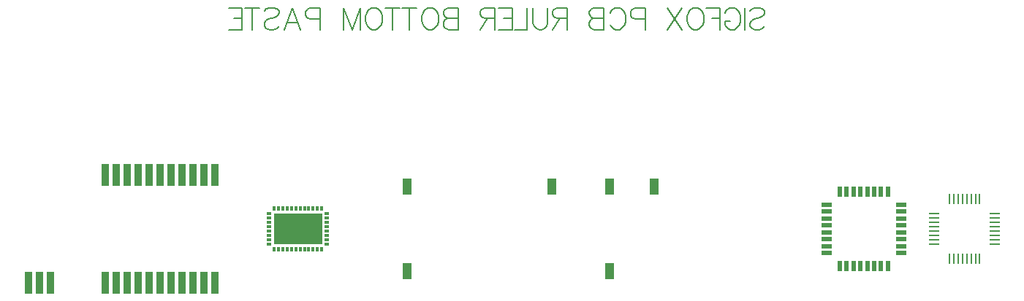
<source format=gbp>
%FSLAX43Y43*%
%MOMM*%
G71*
G01*
G75*
G04 Layer_Color=128*
%ADD10R,0.250X0.800*%
%ADD11R,0.800X0.250*%
%ADD12R,1.300X1.200*%
%ADD13R,1.600X0.900*%
%ADD14R,2.800X1.000*%
%ADD15R,2.800X1.000*%
%ADD16R,1.200X1.800*%
%ADD17R,1.200X1.400*%
%ADD18R,0.900X1.050*%
%ADD19R,1.470X1.270*%
%ADD20R,0.830X0.630*%
%ADD21R,0.600X0.500*%
%ADD22R,0.900X0.600*%
%ADD23R,0.300X0.300*%
%ADD24R,0.800X0.900*%
%ADD25R,0.550X1.200*%
%ADD26R,1.143X0.254*%
%ADD27R,0.254X1.143*%
%ADD28R,4.826X5.715*%
%ADD29R,1.600X3.000*%
%ADD30R,2.400X2.400*%
%ADD31R,3.800X2.800*%
%ADD32R,0.400X0.750*%
%ADD33R,1.219X2.235*%
%ADD34R,3.600X2.200*%
%ADD35R,5.334X1.930*%
%ADD36R,2.210X0.610*%
%ADD37R,0.580X1.200*%
%ADD38R,2.000X2.000*%
%ADD39R,1.000X1.400*%
%ADD40C,1.000*%
%ADD41R,0.350X0.350*%
%ADD42R,1.800X1.400*%
%ADD43R,2.100X1.400*%
%ADD44R,1.600X0.350*%
%ADD45R,1.200X0.800*%
%ADD46C,1.000*%
%ADD47C,0.152*%
%ADD48R,2.400X2.400*%
%ADD49R,0.300X3.000*%
%ADD50R,0.200X1.000*%
%ADD51R,0.200X2.000*%
%ADD52R,0.300X3.500*%
%ADD53R,0.300X1.500*%
%ADD54R,0.300X2.500*%
%ADD55R,9.398X1.016*%
%ADD56R,9.398X0.762*%
%ADD57R,9.398X0.610*%
%ADD58R,9.398X0.457*%
%ADD59R,9.398X0.305*%
%ADD60R,9.398X0.254*%
%ADD61R,9.398X0.203*%
%ADD62R,9.398X0.152*%
%ADD63R,0.330X0.686*%
%ADD64R,0.400X0.750*%
%ADD65C,0.321*%
%ADD66C,0.361*%
%ADD67C,0.405*%
%ADD68C,0.455*%
%ADD69C,0.511*%
%ADD70C,0.573*%
%ADD71C,0.644*%
%ADD72C,0.723*%
%ADD73C,0.812*%
%ADD74C,0.912*%
%ADD75C,1.020*%
%ADD76C,1.150*%
%ADD77C,1.290*%
%ADD78C,1.450*%
%ADD79C,1.630*%
%ADD80C,1.830*%
%ADD81C,2.050*%
%ADD82C,2.300*%
%ADD83C,2.590*%
%ADD84C,2.910*%
%ADD85C,3.260*%
%ADD86R,1.270X0.559*%
%ADD87R,0.559X1.270*%
%ADD88R,0.890X2.600*%
%ADD89R,5.600X3.600*%
%ADD90R,0.320X0.600*%
%ADD91R,0.600X0.320*%
%ADD92R,1.000X1.950*%
%ADD93C,0.154*%
%ADD94C,0.200*%
%ADD95C,0.150*%
%ADD96C,0.170*%
%ADD97C,0.160*%
%ADD98C,0.155*%
%ADD99C,0.100*%
%ADD100C,0.120*%
%ADD101C,0.127*%
%ADD102C,0.250*%
%ADD103C,0.250*%
%ADD104C,0.254*%
%ADD105R,0.300X2.400*%
%ADD106R,0.864X1.093*%
%ADD107R,9.398X0.406*%
%ADD108R,9.398X0.508*%
%ADD109R,9.398X0.914*%
%ADD110R,9.398X1.168*%
%ADD111R,0.377X0.927*%
%ADD112R,0.927X0.377*%
%ADD113R,1.427X1.327*%
%ADD114R,1.727X1.027*%
%ADD115R,2.927X1.127*%
%ADD116R,2.927X1.127*%
%ADD117R,1.327X1.927*%
%ADD118R,1.327X1.527*%
%ADD119R,1.027X1.177*%
%ADD120R,1.597X1.397*%
%ADD121R,0.957X0.757*%
%ADD122R,0.727X0.627*%
%ADD123R,1.027X0.727*%
%ADD124R,0.427X0.427*%
%ADD125R,0.927X1.027*%
%ADD126R,0.677X1.327*%
%ADD127R,1.270X0.381*%
%ADD128R,0.381X1.270*%
%ADD129R,4.953X5.842*%
%ADD130R,1.727X3.127*%
%ADD131R,2.527X2.527*%
%ADD132R,3.927X2.927*%
%ADD133R,0.527X0.877*%
%ADD134R,1.346X2.362*%
%ADD135R,3.727X2.327*%
%ADD136R,5.461X2.057*%
%ADD137R,2.337X0.737*%
%ADD138R,0.707X1.327*%
%ADD139R,2.127X2.127*%
%ADD140R,1.127X1.527*%
%ADD141C,1.127*%
%ADD142R,0.477X0.477*%
%ADD143R,1.927X1.527*%
%ADD144R,2.227X1.527*%
%ADD145R,1.727X0.477*%
%ADD146R,1.327X0.927*%
%ADD147C,0.448*%
%ADD148C,0.488*%
%ADD149C,0.532*%
%ADD150C,0.582*%
%ADD151C,0.638*%
%ADD152C,0.700*%
%ADD153C,0.771*%
%ADD154C,0.850*%
%ADD155C,0.939*%
%ADD156C,1.039*%
%ADD157C,1.147*%
%ADD158C,1.277*%
%ADD159C,1.417*%
%ADD160C,1.577*%
%ADD161C,1.757*%
%ADD162C,1.957*%
%ADD163C,2.177*%
%ADD164C,2.427*%
%ADD165C,2.717*%
%ADD166C,3.037*%
%ADD167C,3.387*%
%ADD168R,1.397X0.686*%
%ADD169R,0.686X1.397*%
%ADD170R,1.017X2.727*%
%ADD171R,5.727X3.727*%
%ADD172R,0.447X0.727*%
%ADD173R,0.727X0.447*%
%ADD174R,1.127X2.077*%
D26*
X115387Y10950D02*
D03*
X115387Y11450D02*
D03*
X115387Y11950D02*
D03*
X115387Y12450D02*
D03*
X115387Y12950D02*
D03*
X115387Y13450D02*
D03*
X115387Y13950D02*
D03*
X115387Y14450D02*
D03*
X108387Y14450D02*
D03*
X108387Y13950D02*
D03*
X108387Y13450D02*
D03*
X108387Y12950D02*
D03*
X108387Y12450D02*
D03*
X108387Y11950D02*
D03*
X108387Y11450D02*
D03*
X108387Y10950D02*
D03*
D27*
X110137Y9200D02*
D03*
X110637Y9200D02*
D03*
X111137Y9200D02*
D03*
X111637Y9200D02*
D03*
X112137Y9200D02*
D03*
X112637Y9200D02*
D03*
X113137Y9200D02*
D03*
X113637Y9200D02*
D03*
X113637Y16200D02*
D03*
X113137Y16200D02*
D03*
X112637Y16200D02*
D03*
X112137Y16200D02*
D03*
X111637Y16200D02*
D03*
X111137Y16200D02*
D03*
X110637Y16200D02*
D03*
X110137Y16200D02*
D03*
D47*
X87029Y38016D02*
X87271Y38258D01*
X87634Y38379D01*
X88118Y38379D01*
X88480Y38258D01*
X88722Y38016D01*
X88722Y37774D01*
X88601Y37532D01*
X88480Y37411D01*
X88239Y37291D01*
X87513Y37049D01*
X87271Y36928D01*
X87150Y36807D01*
X87029Y36565D01*
X87029Y36202D01*
X87271Y35960D01*
X87634Y35839D01*
X88118Y35839D01*
X88480Y35960D01*
X88722Y36202D01*
X86461Y38379D02*
X86461Y35839D01*
X84115Y37774D02*
X84236Y38016D01*
X84478Y38258D01*
X84720Y38379D01*
X85203Y38379D01*
X85445Y38258D01*
X85687Y38016D01*
X85808Y37774D01*
X85929Y37411D01*
X85929Y36807D01*
X85808Y36444D01*
X85687Y36202D01*
X85445Y35960D01*
X85203Y35839D01*
X84720Y35839D01*
X84478Y35960D01*
X84236Y36202D01*
X84115Y36444D01*
X84115Y36807D01*
X84720Y36807D02*
X84115Y36807D01*
X83534Y38379D02*
X83534Y35839D01*
X83534Y38379D02*
X81962Y38379D01*
X83534Y37170D02*
X82567Y37170D01*
X80947Y38379D02*
X81188Y38258D01*
X81430Y38016D01*
X81551Y37774D01*
X81672Y37411D01*
X81672Y36807D01*
X81551Y36444D01*
X81430Y36202D01*
X81188Y35960D01*
X80947Y35839D01*
X80463Y35839D01*
X80221Y35960D01*
X79979Y36202D01*
X79858Y36444D01*
X79737Y36807D01*
X79737Y37411D01*
X79858Y37774D01*
X79979Y38016D01*
X80221Y38258D01*
X80463Y38379D01*
X80947Y38379D01*
X79145Y38379D02*
X77452Y35839D01*
X77452Y38379D02*
X79145Y35839D01*
X74888Y37049D02*
X73800Y37049D01*
X73437Y37170D01*
X73316Y37291D01*
X73195Y37532D01*
X73195Y37895D01*
X73316Y38137D01*
X73437Y38258D01*
X73800Y38379D01*
X74888Y38379D01*
X74888Y35839D01*
X70813Y37774D02*
X70934Y38016D01*
X71176Y38258D01*
X71418Y38379D01*
X71901Y38379D01*
X72143Y38258D01*
X72385Y38016D01*
X72506Y37774D01*
X72627Y37411D01*
X72627Y36807D01*
X72506Y36444D01*
X72385Y36202D01*
X72143Y35960D01*
X71901Y35839D01*
X71418Y35839D01*
X71176Y35960D01*
X70934Y36202D01*
X70813Y36444D01*
X70100Y38379D02*
X70100Y35839D01*
X70100Y38379D02*
X69011Y38379D01*
X68648Y38258D01*
X68527Y38137D01*
X68407Y37895D01*
X68407Y37653D01*
X68527Y37411D01*
X68648Y37291D01*
X69011Y37170D01*
X70100Y37170D02*
X69011Y37170D01*
X68648Y37049D01*
X68527Y36928D01*
X68407Y36686D01*
X68407Y36323D01*
X68527Y36081D01*
X68648Y35960D01*
X69011Y35839D01*
X70100Y35839D01*
X65843Y38379D02*
X65843Y35839D01*
X65843Y38379D02*
X64755Y38379D01*
X64392Y38258D01*
X64271Y38137D01*
X64150Y37895D01*
X64150Y37653D01*
X64271Y37411D01*
X64392Y37291D01*
X64755Y37170D01*
X65843Y37170D01*
X64996Y37170D02*
X64150Y35839D01*
X63582Y38379D02*
X63582Y36565D01*
X63461Y36202D01*
X63219Y35960D01*
X62856Y35839D01*
X62614Y35839D01*
X62251Y35960D01*
X62010Y36202D01*
X61889Y36565D01*
X61889Y38379D01*
X61187Y38379D02*
X61187Y35839D01*
X59736Y35839D01*
X57886Y38379D02*
X59458Y38379D01*
X59458Y35839D01*
X57886Y35839D01*
X59458Y37170D02*
X58491Y37170D01*
X57463Y38379D02*
X57463Y35839D01*
X57463Y38379D02*
X56374Y38379D01*
X56012Y38258D01*
X55891Y38137D01*
X55770Y37895D01*
X55770Y37653D01*
X55891Y37411D01*
X56012Y37291D01*
X56374Y37170D01*
X57463Y37170D01*
X56616Y37170D02*
X55770Y35839D01*
X53206Y38379D02*
X53206Y35839D01*
X53206Y38379D02*
X52118Y38379D01*
X51755Y38258D01*
X51634Y38137D01*
X51513Y37895D01*
X51513Y37653D01*
X51634Y37411D01*
X51755Y37291D01*
X52118Y37170D01*
X53206Y37170D02*
X52118Y37170D01*
X51755Y37049D01*
X51634Y36928D01*
X51513Y36686D01*
X51513Y36323D01*
X51634Y36081D01*
X51755Y35960D01*
X52118Y35839D01*
X53206Y35839D01*
X50219Y38379D02*
X50461Y38258D01*
X50703Y38016D01*
X50824Y37774D01*
X50945Y37411D01*
X50945Y36807D01*
X50824Y36444D01*
X50703Y36202D01*
X50461Y35960D01*
X50219Y35839D01*
X49736Y35839D01*
X49494Y35960D01*
X49252Y36202D01*
X49131Y36444D01*
X49010Y36807D01*
X49010Y37411D01*
X49131Y37774D01*
X49252Y38016D01*
X49494Y38258D01*
X49736Y38379D01*
X50219Y38379D01*
X47571Y38379D02*
X47571Y35839D01*
X48417Y38379D02*
X46724Y38379D01*
X45576Y38379D02*
X45576Y35839D01*
X46422Y38379D02*
X44729Y38379D01*
X43701Y38379D02*
X43943Y38258D01*
X44185Y38016D01*
X44306Y37774D01*
X44427Y37411D01*
X44427Y36807D01*
X44306Y36444D01*
X44185Y36202D01*
X43943Y35960D01*
X43701Y35839D01*
X43218Y35839D01*
X42976Y35960D01*
X42734Y36202D01*
X42613Y36444D01*
X42492Y36807D01*
X42492Y37411D01*
X42613Y37774D01*
X42734Y38016D01*
X42976Y38258D01*
X43218Y38379D01*
X43701Y38379D01*
X41899Y38379D02*
X41899Y35839D01*
X41899Y38379D02*
X40932Y35839D01*
X39965Y38379D02*
X40932Y35839D01*
X39965Y38379D02*
X39965Y35839D01*
X37244Y37049D02*
X36155Y37049D01*
X35793Y37170D01*
X35672Y37291D01*
X35551Y37532D01*
X35551Y37895D01*
X35672Y38137D01*
X35793Y38258D01*
X36155Y38379D01*
X37244Y38379D01*
X37244Y35839D01*
X33048Y35839D02*
X34015Y38379D01*
X34982Y35839D01*
X34620Y36686D02*
X33410Y36686D01*
X30762Y38016D02*
X31004Y38258D01*
X31367Y38379D01*
X31850Y38379D01*
X32213Y38258D01*
X32455Y38016D01*
X32455Y37774D01*
X32334Y37532D01*
X32213Y37411D01*
X31971Y37291D01*
X31246Y37049D01*
X31004Y36928D01*
X30883Y36807D01*
X30762Y36565D01*
X30762Y36202D01*
X31004Y35960D01*
X31367Y35839D01*
X31850Y35839D01*
X32213Y35960D01*
X32455Y36202D01*
X29347Y38379D02*
X29347Y35839D01*
X30194Y38379D02*
X28501Y38379D01*
X26626Y38379D02*
X28199Y38379D01*
X28199Y35839D01*
X26626Y35839D01*
X28199Y37170D02*
X27231Y37170D01*
D86*
X104496Y15500D02*
D03*
X104496Y14700D02*
D03*
X104496Y13900D02*
D03*
X104496Y13100D02*
D03*
X104496Y12300D02*
D03*
X104496Y11500D02*
D03*
X104496Y10700D02*
D03*
X104496Y9900D02*
D03*
X95910Y9900D02*
D03*
X95910Y10700D02*
D03*
X95910Y11500D02*
D03*
X95910Y12300D02*
D03*
X95910Y13100D02*
D03*
X95910Y13900D02*
D03*
X95910Y14700D02*
D03*
X95910Y15500D02*
D03*
D87*
X103003Y8407D02*
D03*
X102203Y8407D02*
D03*
X101403Y8407D02*
D03*
X100603Y8407D02*
D03*
X99803Y8407D02*
D03*
X99003Y8407D02*
D03*
X98203Y8407D02*
D03*
X97403Y8407D02*
D03*
X97403Y16993D02*
D03*
X98203Y16993D02*
D03*
X99003Y16993D02*
D03*
X99803Y16993D02*
D03*
X100603Y16993D02*
D03*
X101403Y16993D02*
D03*
X102203Y16993D02*
D03*
X103003Y16993D02*
D03*
D88*
X3414Y6450D02*
D03*
X4684Y6450D02*
D03*
X5954Y6450D02*
D03*
X12334Y6450D02*
D03*
X13604Y6450D02*
D03*
X14874Y6450D02*
D03*
X16144Y6450D02*
D03*
X17414Y6450D02*
D03*
X18684Y6450D02*
D03*
X19954Y6450D02*
D03*
X21224Y6450D02*
D03*
X22494Y6450D02*
D03*
X23764Y6450D02*
D03*
X25034Y6450D02*
D03*
X25034Y18950D02*
D03*
X23764Y18950D02*
D03*
X22494Y18950D02*
D03*
X21224Y18950D02*
D03*
X19954Y18950D02*
D03*
X18684Y18950D02*
D03*
X17414Y18950D02*
D03*
X16144Y18950D02*
D03*
X14874Y18950D02*
D03*
X13604Y18950D02*
D03*
X12334Y18950D02*
D03*
D89*
X34659Y12700D02*
D03*
D90*
X37409Y15050D02*
D03*
X36909Y15050D02*
D03*
X36409Y15050D02*
D03*
X35909Y15050D02*
D03*
X35409Y15050D02*
D03*
X34909Y15050D02*
D03*
X34409Y15050D02*
D03*
X33909Y15050D02*
D03*
X33409Y15050D02*
D03*
X32909Y15050D02*
D03*
X32409Y15050D02*
D03*
X31909Y15050D02*
D03*
X31909Y10350D02*
D03*
X32409Y10350D02*
D03*
X32909Y10350D02*
D03*
X33409Y10350D02*
D03*
X33909Y10350D02*
D03*
X34409Y10350D02*
D03*
X34909Y10350D02*
D03*
X35409Y10350D02*
D03*
X35909Y10350D02*
D03*
X36409Y10350D02*
D03*
X36909Y10350D02*
D03*
X37409Y10350D02*
D03*
D91*
X31309Y14450D02*
D03*
X31309Y13950D02*
D03*
X31309Y13450D02*
D03*
X31309Y12950D02*
D03*
X31309Y12450D02*
D03*
X31309Y11950D02*
D03*
X31309Y11450D02*
D03*
X31309Y10950D02*
D03*
X38009Y10950D02*
D03*
X38009Y11450D02*
D03*
X38009Y11950D02*
D03*
X38009Y12450D02*
D03*
X38009Y12950D02*
D03*
X38009Y13450D02*
D03*
X38009Y13950D02*
D03*
X38009Y14450D02*
D03*
D92*
X75895Y17600D02*
D03*
X70795Y17600D02*
D03*
X64095Y17600D02*
D03*
X47295Y17600D02*
D03*
X47295Y7800D02*
D03*
X70795Y7800D02*
D03*
M02*

</source>
